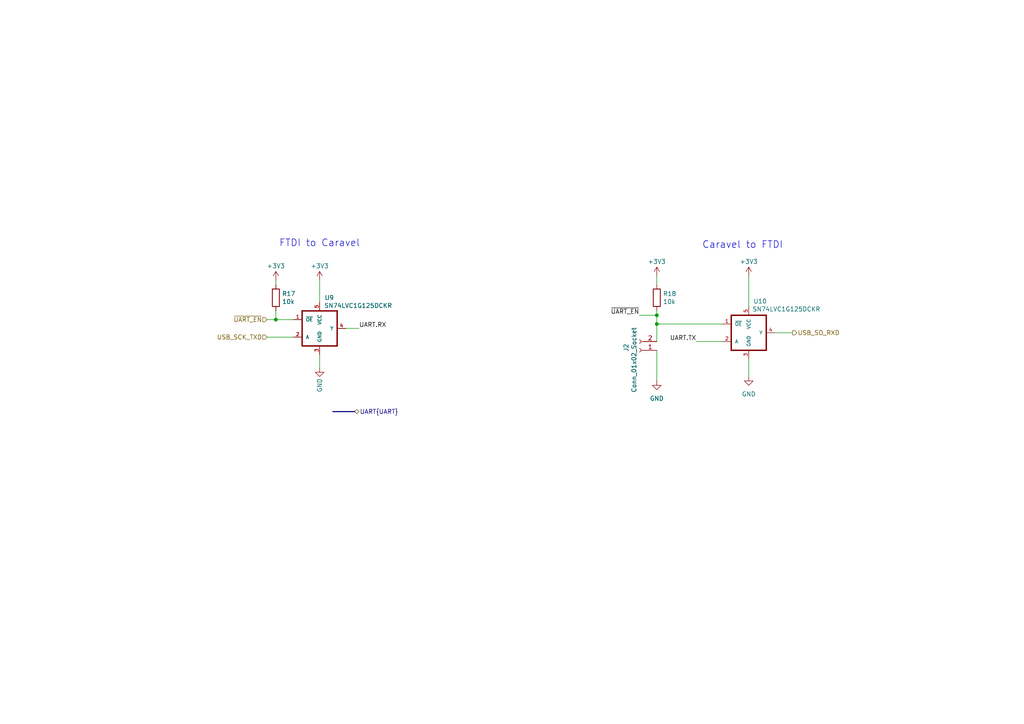
<source format=kicad_sch>
(kicad_sch (version 20231120) (generator "eeschema") (generator_version "8.0")
  (paper "A4")
  (title_block (date "2024-05-30") (rev "0.1"))
  (lib_symbols
    (symbol "Caravel_board:SN74LVC1G125DCKR" (pin_names (offset 1.016))
      (property "Reference" "U" (at -3.175 6.35 0))
      (property "Value" "SN74LVC1G125DCKR" (at -20.32 -8.255 0))
      (symbol "SN74LVC1G125DCKR_0_0"
        (polyline (pts (xy -5.08 -5.08) (xy 5.08 -5.08)) (stroke (width 0.4064)))
        (polyline (pts (xy -5.08 5.08) (xy -5.08 -5.08)) (stroke (width 0.4064)))
        (polyline (pts (xy 5.08 -5.08) (xy 5.08 5.08)) (stroke (width 0.4064)))
        (polyline (pts (xy 5.08 5.08) (xy -5.08 5.08)) (stroke (width 0.4064)))
        (pin input line (at -7.62 2.54 0) (length 2.54) (name "~{OE}") (number "1"))
        (pin input line (at -7.62 -2.54 0) (length 2.54) (name "A") (number "2"))
        (pin passive line (at 0 -7.62 90) (length 2.54) (name "GND") (number "3"))
        (pin output line (at 7.62 0 180) (length 2.54) (name "Y") (number "4"))
      )
      (symbol "SN74LVC1G125DCKR_1_0"
        (pin power_in line (at 0 7.62 270) (length 2.54) (name "VCC") (number "5"))
      )
    )
    (symbol "Connector:Conn_01x02_Socket" (pin_names (offset 1.016) hide)
      (property "Reference" "J" (at 0 2.54 0))
      (property "Value" "Conn_01x02_Socket" (at 0 -5.08 0))
      (symbol "Conn_01x02_Socket_1_1"
        (arc (start 0 -2.032) (mid -0.5058 -2.54) (end 0 -3.048) (stroke (width 0.1524)))
        (polyline (pts (xy -1.27 -2.54) (xy -0.508 -2.54)) (stroke (width 0.1524)))
        (polyline (pts (xy -1.27 0) (xy -0.508 0)) (stroke (width 0.1524)))
        (arc (start 0 0.508) (mid -0.5058 0) (end 0 -0.508) (stroke (width 0.1524)))
        (pin passive line (at -5.08 0 0) (length 3.81) (name "Pin_1") (number "1"))
        (pin passive line (at -5.08 -2.54 0) (length 3.81) (name "Pin_2") (number "2"))
      )
    )
    (symbol "Device:R" (pin_numbers hide) (pin_names (offset 0))
      (property "Reference" "R" (at 2.032 0 90))
      (property "Value" "R" (at 0 0 90))
      (symbol "R_0_1"
        (rectangle (start -1.016 -2.54) (end 1.016 2.54) (stroke (width 0.254)))
      )
      (symbol "R_1_1"
        (pin passive line (at 0 3.81 270) (length 1.27) (name "~") (number "1"))
        (pin passive line (at 0 -3.81 90) (length 1.27) (name "~") (number "2"))
      )
    )
    (symbol "power:+3V3" (power) (pin_numbers hide) (pin_names (offset 0) hide)
      (property "Value" "+3V3" (at 0 3.556 0))
      (symbol "+3V3_0_1"
        (polyline (pts (xy -0.762 1.27) (xy 0 2.54)))
        (polyline (pts (xy 0 0) (xy 0 2.54)))
        (polyline (pts (xy 0 2.54) (xy 0.762 1.27)))
      )
      (symbol "+3V3_1_1"
        (pin power_in line (at 0 0 90) (length 0) (name "~") (number "1"))
      )
    )
    (symbol "power:GND" (power) (pin_numbers hide) (pin_names (offset 0) hide)
      (property "Value" "GND" (at 0 -3.81 0))
      (symbol "GND_0_1"
        (polyline (pts (xy 0 0) (xy 0 -1.27) (xy 1.27 -1.27) (xy 0 -2.54) (xy -1.27 -1.27) (xy 0 -1.27)))
      )
      (symbol "GND_1_1"
        (pin power_in line (at 0 0 270) (length 0) (name "~") (number "1"))
      )
    )
  )
  (junction (at 190.5 91.44))
  (junction (at 190.5 93.98))
  (junction (at 80.01 92.71))
  (wire (pts (xy 100.33 95.25) (xy 104.14 95.25)))
  (wire (pts (xy 77.47 97.79) (xy 85.09 97.79)))
  (wire (pts (xy 217.17 104.14) (xy 217.17 109.22)))
  (wire (pts (xy 190.5 91.44) (xy 190.5 93.98)))
  (wire (pts (xy 190.5 110.49) (xy 190.5 101.6)))
  (wire (pts (xy 190.5 82.55) (xy 190.5 80.01)))
  (wire (pts (xy 201.93 99.06) (xy 209.55 99.06)))
  (wire (pts (xy 80.01 92.71) (xy 77.47 92.71)))
  (wire (pts (xy 190.5 90.17) (xy 190.5 91.44)))
  (wire (pts (xy 190.5 91.44) (xy 185.42 91.44)))
  (bus (pts (xy 96.52 119.38) (xy 102.87 119.38)))
  (wire (pts (xy 92.71 81.28) (xy 92.71 87.63)))
  (wire (pts (xy 190.5 93.98) (xy 190.5 99.06)))
  (wire (pts (xy 217.17 88.9) (xy 217.17 80.01)))
  (wire (pts (xy 92.71 102.87) (xy 92.71 106.68)))
  (wire (pts (xy 80.01 90.17) (xy 80.01 92.71)))
  (wire (pts (xy 80.01 82.55) (xy 80.01 81.28)))
  (wire (pts (xy 190.5 93.98) (xy 209.55 93.98)))
  (wire (pts (xy 85.09 92.71) (xy 80.01 92.71)))
  (wire (pts (xy 224.79 96.52) (xy 229.87 96.52)))
  (text "FTDI to Caravel" (at 92.71 70.612 0) (effects (font (size 2 2))))
  (text "Caravel to FTDI" (at 215.392 71.12 0) (effects (font (size 2 2))))
  (label "UART.RX" (at 104.14 95.25 0))
  (label "UART.TX" (at 201.93 99.06 180))
  (label "~{UART_EN}" (at 185.42 91.44 180))
  (hierarchical_label "~{UART_EN}" (shape input) (at 77.47 92.71 180))
  (hierarchical_label "UART{UART}" (shape bidirectional) (at 102.87 119.38 0))
  (hierarchical_label "USB_SCK_TXD" (shape input) (at 77.47 97.79 180))
  (hierarchical_label "USB_SO_RXD" (shape output) (at 229.87 96.52 0))
  (symbol (lib_id "power:GND") (at 92.71 106.68 0) (unit 1)
    (property "Reference" "#PWR054" (effects (hide yes)))
    (property "Value" "GND" (at 92.71 111.76 90))
    (property "Description" "Power symbol creates a global label with name \"GND\" , ground" (effects (hide yes)))
  )
  (symbol (lib_id "power:+3V3") (at 190.5 80.01 0) (unit 1)
    (property "Reference" "#PWR055" (effects (hide yes)))
    (property "Value" "+3V3" (at 190.5 75.8769 0))
    (property "Description" "Power symbol creates a global label with name \"+3V3\"" (effects (hide yes)))
  )
  (symbol (lib_id "Connector:Conn_01x02_Socket") (at 185.42 101.6 180) (unit 1)
    (property "Reference" "J2" (at 181.61 100.838 90))
    (property "Value" "Conn_01x02_Socket" (at 183.896 104.394 90))
    (property "Footprint" "Connector_PinSocket_2.54mm:PinSocket_1x02_P2.54mm_Vertical" (effects (hide yes)))
    (property "Description" "Generic connector, single row, 01x02, script generated" (effects (hide yes)))
  )
  (symbol (lib_id "Device:R") (at 80.01 86.36 0) (unit 1)
    (property "Reference" "R17" (at 81.788 85.1916 0) (effects (justify left)))
    (property "Value" "10k" (at 81.788 87.503 0) (effects (justify left)))
    (property "Footprint" "Resistor_SMD:R_0805_2012Metric" (effects (hide yes)))
    (property "Description" "Resistor" (effects (hide yes)))
  )
  (symbol (lib_id "power:+3V3") (at 80.01 81.28 0) (unit 1)
    (property "Reference" "#PWR011" (effects (hide yes)))
    (property "Value" "+3V3" (at 80.01 77.1469 0))
    (property "Description" "Power symbol creates a global label with name \"+3V3\"" (effects (hide yes)))
  )
  (symbol (lib_id "power:+3V3") (at 92.71 81.28 0) (unit 1)
    (property "Reference" "#PWR053" (effects (hide yes)))
    (property "Value" "+3V3" (at 92.71 77.1469 0))
    (property "Description" "Power symbol creates a global label with name \"+3V3\"" (effects (hide yes)))
  )
  (symbol (lib_id "power:GND") (at 217.17 109.22 0) (unit 1)
    (property "Reference" "#PWR058" (effects (hide yes)))
    (property "Value" "GND" (at 217.17 114.3 0))
    (property "Description" "Power symbol creates a global label with name \"GND\" , ground" (effects (hide yes)))
  )
  (symbol (lib_id "Device:R") (at 190.5 86.36 0) (unit 1)
    (property "Reference" "R18" (at 192.278 85.1916 0) (effects (justify left)))
    (property "Value" "10k" (at 192.278 87.503 0) (effects (justify left)))
    (property "Footprint" "Resistor_SMD:R_0805_2012Metric" (effects (hide yes)))
    (property "Description" "Resistor" (effects (hide yes)))
  )
  (symbol (lib_id "power:GND") (at 190.5 110.49 0) (unit 1)
    (property "Reference" "#PWR056" (effects (hide yes)))
    (property "Value" "GND" (at 190.5 115.57 0))
    (property "Description" "Power symbol creates a global label with name \"GND\" , ground" (effects (hide yes)))
  )
  (symbol (lib_id "Caravel_board:SN74LVC1G125DCKR") (at 217.17 96.52 0) (unit 1)
    (property "Reference" "U10" (at 220.472 87.376 0))
    (property "Value" "SN74LVC1G125DCKR" (at 228.092 89.662 0))
    (property "Footprint" "SOT65P210X110-5N" (effects (hide yes)))
    (property "Datasheet" "SC-70-5" (effects (hide yes)))
    (property "Field4" "76C4082" (effects (hide yes)))
    (property "Field5" "Texas Instruments" (effects (hide yes)))
    (property "Field6" "SN74LVC1G125DCKR" (effects (hide yes)))
    (property "Field7" "1470771" (effects (hide yes)))
  )
  (symbol (lib_id "Caravel_board:SN74LVC1G125DCKR") (at 92.71 95.25 0) (unit 1)
    (property "Reference" "U9" (at 95.504 86.36 0))
    (property "Value" "SN74LVC1G125DCKR" (at 103.886 88.646 0))
    (property "Footprint" "SOT65P210X110-5N" (effects (hide yes)))
    (property "Datasheet" "SC-70-5" (effects (hide yes)))
    (property "Field4" "76C4082" (effects (hide yes)))
    (property "Field5" "Texas Instruments" (effects (hide yes)))
    (property "Field6" "SN74LVC1G125DCKR" (effects (hide yes)))
    (property "Field7" "1470771" (effects (hide yes)))
  )
  (symbol (lib_id "power:+3V3") (at 217.17 80.01 0) (unit 1)
    (property "Reference" "#PWR057" (effects (hide yes)))
    (property "Value" "+3V3" (at 217.17 75.8769 0))
    (property "Description" "Power symbol creates a global label with name \"+3V3\"" (effects (hide yes)))
  )
)
</source>
